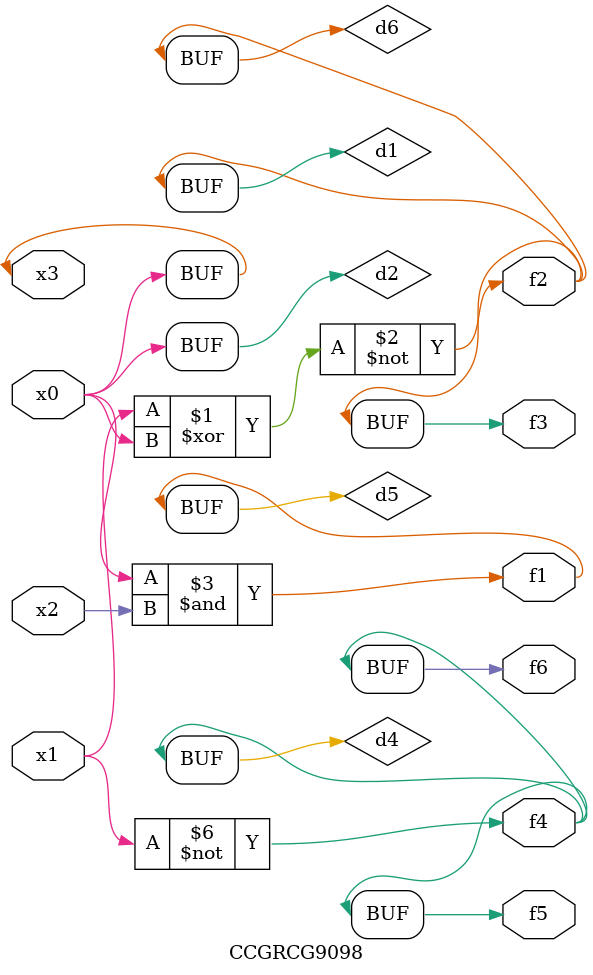
<source format=v>
module CCGRCG9098(
	input x0, x1, x2, x3,
	output f1, f2, f3, f4, f5, f6
);

	wire d1, d2, d3, d4, d5, d6;

	xnor (d1, x1, x3);
	buf (d2, x0, x3);
	nand (d3, x0, x2);
	not (d4, x1);
	nand (d5, d3);
	or (d6, d1);
	assign f1 = d5;
	assign f2 = d6;
	assign f3 = d6;
	assign f4 = d4;
	assign f5 = d4;
	assign f6 = d4;
endmodule

</source>
